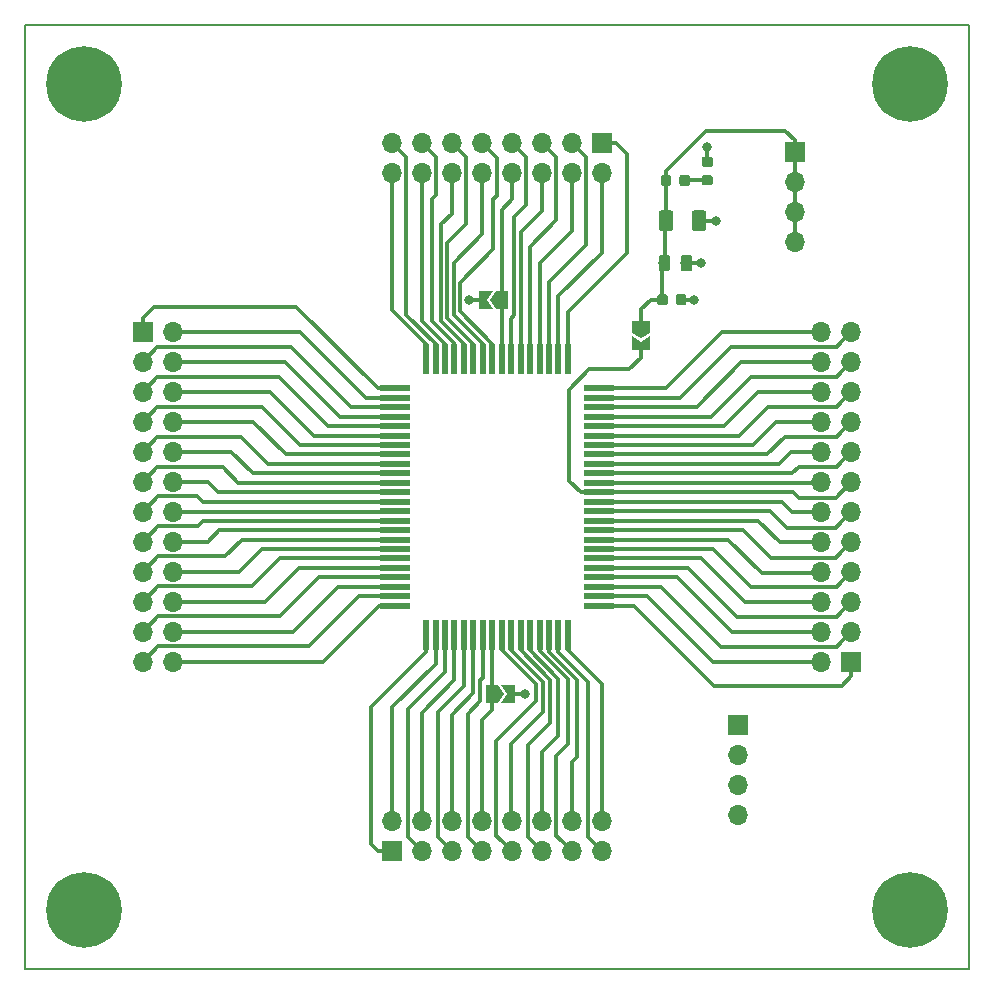
<source format=gbr>
G04 #@! TF.GenerationSoftware,KiCad,Pcbnew,5.0.2-bee76a0~70~ubuntu18.10.1*
G04 #@! TF.CreationDate,2019-01-06T00:10:16+02:00*
G04 #@! TF.ProjectId,GB-BRK-CPU-G2,47422d42-524b-42d4-9350-552d47322e6b,v1.0*
G04 #@! TF.SameCoordinates,Original*
G04 #@! TF.FileFunction,Copper,L1,Top*
G04 #@! TF.FilePolarity,Positive*
%FSLAX46Y46*%
G04 Gerber Fmt 4.6, Leading zero omitted, Abs format (unit mm)*
G04 Created by KiCad (PCBNEW 5.0.2-bee76a0~70~ubuntu18.10.1) date su  6. tammikuuta 2019 00.10.16*
%MOMM*%
%LPD*%
G01*
G04 APERTURE LIST*
G04 #@! TA.AperFunction,NonConductor*
%ADD10C,0.150000*%
G04 #@! TD*
G04 #@! TA.AperFunction,SMDPad,CuDef*
%ADD11R,0.500000X2.500000*%
G04 #@! TD*
G04 #@! TA.AperFunction,SMDPad,CuDef*
%ADD12R,2.500000X0.500000*%
G04 #@! TD*
G04 #@! TA.AperFunction,ComponentPad*
%ADD13C,0.800000*%
G04 #@! TD*
G04 #@! TA.AperFunction,ComponentPad*
%ADD14C,6.400000*%
G04 #@! TD*
G04 #@! TA.AperFunction,Conductor*
%ADD15C,0.100000*%
G04 #@! TD*
G04 #@! TA.AperFunction,SMDPad,CuDef*
%ADD16C,0.875000*%
G04 #@! TD*
G04 #@! TA.AperFunction,SMDPad,CuDef*
%ADD17C,0.975000*%
G04 #@! TD*
G04 #@! TA.AperFunction,SMDPad,CuDef*
%ADD18C,1.250000*%
G04 #@! TD*
G04 #@! TA.AperFunction,SMDPad,CuDef*
%ADD19C,0.300000*%
G04 #@! TD*
G04 #@! TA.AperFunction,ComponentPad*
%ADD20O,1.700000X1.700000*%
G04 #@! TD*
G04 #@! TA.AperFunction,ComponentPad*
%ADD21R,1.700000X1.700000*%
G04 #@! TD*
G04 #@! TA.AperFunction,ViaPad*
%ADD22C,0.800000*%
G04 #@! TD*
G04 #@! TA.AperFunction,Conductor*
%ADD23C,0.320000*%
G04 #@! TD*
G04 APERTURE END LIST*
D10*
X140000000Y-60000000D02*
X60000000Y-60000000D01*
X140000000Y-140000000D02*
X140000000Y-60000000D01*
X60000000Y-140000000D02*
X140000000Y-140000000D01*
X60000000Y-60000000D02*
X60000000Y-140000000D01*
D11*
G04 #@! TO.P,U1,80*
G04 #@! TO.N,/Pin_80*
X94000000Y-88350000D03*
G04 #@! TO.P,U1,79*
G04 #@! TO.N,/Pin_79*
X94800000Y-88350000D03*
G04 #@! TO.P,U1,78*
G04 #@! TO.N,/Pin_78*
X95600000Y-88350000D03*
G04 #@! TO.P,U1,77*
G04 #@! TO.N,/Pin_77*
X96400000Y-88350000D03*
G04 #@! TO.P,U1,76*
G04 #@! TO.N,/Pin_76*
X97200000Y-88350000D03*
G04 #@! TO.P,U1,75*
G04 #@! TO.N,/Pin_75*
X98000000Y-88350000D03*
G04 #@! TO.P,U1,74*
G04 #@! TO.N,/Pin_74*
X98800000Y-88350000D03*
G04 #@! TO.P,U1,73*
G04 #@! TO.N,/Pin_73*
X99600000Y-88350000D03*
G04 #@! TO.P,U1,72*
G04 #@! TO.N,/Pin_72*
X100400000Y-88350000D03*
G04 #@! TO.P,U1,71*
G04 #@! TO.N,/Pin_71*
X101200000Y-88350000D03*
G04 #@! TO.P,U1,70*
G04 #@! TO.N,/Pin_70*
X102000000Y-88350000D03*
G04 #@! TO.P,U1,69*
G04 #@! TO.N,/Pin_69*
X102800000Y-88350000D03*
G04 #@! TO.P,U1,68*
G04 #@! TO.N,/Pin_68*
X103600000Y-88350000D03*
G04 #@! TO.P,U1,67*
G04 #@! TO.N,/Pin_67*
X104400000Y-88350000D03*
G04 #@! TO.P,U1,66*
G04 #@! TO.N,/Pin_66*
X105200000Y-88350000D03*
D12*
G04 #@! TO.P,U1,64*
G04 #@! TO.N,/Pin_64*
X108600000Y-90800000D03*
G04 #@! TO.P,U1,63*
G04 #@! TO.N,/Pin_63*
X108600000Y-91600000D03*
G04 #@! TO.P,U1,62*
G04 #@! TO.N,/Pin_62*
X108600000Y-92400000D03*
G04 #@! TO.P,U1,61*
G04 #@! TO.N,/Pin_61*
X108600000Y-93200000D03*
G04 #@! TO.P,U1,60*
G04 #@! TO.N,/Pin_60*
X108600000Y-94000000D03*
G04 #@! TO.P,U1,59*
G04 #@! TO.N,/Pin_59*
X108600000Y-94800000D03*
G04 #@! TO.P,U1,58*
G04 #@! TO.N,/Pin_58*
X108600000Y-95600000D03*
G04 #@! TO.P,U1,57*
G04 #@! TO.N,/Pin_57*
X108600000Y-96400000D03*
G04 #@! TO.P,U1,56*
G04 #@! TO.N,/Pin_56*
X108600000Y-97200000D03*
G04 #@! TO.P,U1,55*
G04 #@! TO.N,/Pin_55*
X108600000Y-98000000D03*
G04 #@! TO.P,U1,54*
G04 #@! TO.N,/Pin_54*
X108600000Y-98800000D03*
G04 #@! TO.P,U1,53*
G04 #@! TO.N,/Pin_53*
X108600000Y-99600000D03*
G04 #@! TO.P,U1,52*
G04 #@! TO.N,/Pin_52*
X108600000Y-100400000D03*
G04 #@! TO.P,U1,51*
G04 #@! TO.N,/Pin_51*
X108600000Y-101200000D03*
G04 #@! TO.P,U1,50*
G04 #@! TO.N,/Pin_50*
X108600000Y-102000000D03*
G04 #@! TO.P,U1,49*
G04 #@! TO.N,/Pin_49*
X108600000Y-102800000D03*
G04 #@! TO.P,U1,48*
G04 #@! TO.N,/Pin_48*
X108600000Y-103600000D03*
G04 #@! TO.P,U1,47*
G04 #@! TO.N,/Pin_47*
X108600000Y-104400000D03*
G04 #@! TO.P,U1,46*
G04 #@! TO.N,/Pin_46*
X108600000Y-105200000D03*
G04 #@! TO.P,U1,45*
G04 #@! TO.N,/Pin_45*
X108600000Y-106000000D03*
G04 #@! TO.P,U1,44*
G04 #@! TO.N,/Pin_44*
X108600000Y-106800000D03*
G04 #@! TO.P,U1,43*
G04 #@! TO.N,/Pin_43*
X108600000Y-107600000D03*
G04 #@! TO.P,U1,42*
G04 #@! TO.N,/Pin_42*
X108600000Y-108400000D03*
D11*
G04 #@! TO.P,U1,40*
G04 #@! TO.N,/Pin_40*
X106000000Y-111650000D03*
G04 #@! TO.P,U1,39*
G04 #@! TO.N,/Pin_39*
X105200000Y-111650000D03*
G04 #@! TO.P,U1,38*
G04 #@! TO.N,/Pin_38*
X104400000Y-111650000D03*
G04 #@! TO.P,U1,37*
G04 #@! TO.N,/Pin_37*
X103600000Y-111650000D03*
G04 #@! TO.P,U1,36*
G04 #@! TO.N,/Pin_36*
X102800000Y-111650000D03*
G04 #@! TO.P,U1,35*
G04 #@! TO.N,/Pin_35*
X102000000Y-111650000D03*
G04 #@! TO.P,U1,34*
G04 #@! TO.N,/Pin_34*
X101200000Y-111650000D03*
G04 #@! TO.P,U1,33*
G04 #@! TO.N,/Pin_33*
X100400000Y-111650000D03*
G04 #@! TO.P,U1,32*
G04 #@! TO.N,/Pin_32*
X99600000Y-111650000D03*
G04 #@! TO.P,U1,31*
G04 #@! TO.N,/Pin_31*
X98800000Y-111650000D03*
G04 #@! TO.P,U1,30*
G04 #@! TO.N,/Pin_30*
X98000000Y-111650000D03*
G04 #@! TO.P,U1,29*
G04 #@! TO.N,/Pin_29*
X97200000Y-111650000D03*
G04 #@! TO.P,U1,28*
G04 #@! TO.N,/Pin_28*
X96400000Y-111650000D03*
G04 #@! TO.P,U1,27*
G04 #@! TO.N,/Pin_27*
X95600000Y-111650000D03*
G04 #@! TO.P,U1,26*
G04 #@! TO.N,/Pin_26*
X94800000Y-111650000D03*
D12*
G04 #@! TO.P,U1,24*
G04 #@! TO.N,/Pin_24*
X91400000Y-109200000D03*
G04 #@! TO.P,U1,23*
G04 #@! TO.N,/Pin_23*
X91400000Y-108400000D03*
G04 #@! TO.P,U1,22*
G04 #@! TO.N,/Pin_22*
X91400000Y-107600000D03*
G04 #@! TO.P,U1,21*
G04 #@! TO.N,/Pin_21*
X91400000Y-106800000D03*
G04 #@! TO.P,U1,20*
G04 #@! TO.N,/Pin_20*
X91400000Y-106000000D03*
G04 #@! TO.P,U1,19*
G04 #@! TO.N,/Pin_19*
X91400000Y-105200000D03*
G04 #@! TO.P,U1,18*
G04 #@! TO.N,/Pin_18*
X91400000Y-104400000D03*
G04 #@! TO.P,U1,17*
G04 #@! TO.N,/Pin_17*
X91400000Y-103600000D03*
G04 #@! TO.P,U1,16*
G04 #@! TO.N,/Pin_16*
X91400000Y-102800000D03*
G04 #@! TO.P,U1,15*
G04 #@! TO.N,/Pin_15*
X91400000Y-102000000D03*
G04 #@! TO.P,U1,14*
G04 #@! TO.N,/Pin_14*
X91400000Y-101200000D03*
G04 #@! TO.P,U1,13*
G04 #@! TO.N,/Pin_13*
X91400000Y-100400000D03*
G04 #@! TO.P,U1,12*
G04 #@! TO.N,/Pin_12*
X91400000Y-99600000D03*
G04 #@! TO.P,U1,11*
G04 #@! TO.N,/Pin_11*
X91400000Y-98800000D03*
G04 #@! TO.P,U1,10*
G04 #@! TO.N,/Pin_10*
X91400000Y-98000000D03*
G04 #@! TO.P,U1,9*
G04 #@! TO.N,/Pin_9*
X91400000Y-97200000D03*
G04 #@! TO.P,U1,8*
G04 #@! TO.N,/Pin_8*
X91400000Y-96400000D03*
G04 #@! TO.P,U1,7*
G04 #@! TO.N,/Pin_7*
X91400000Y-95600000D03*
G04 #@! TO.P,U1,6*
G04 #@! TO.N,/Pin_6*
X91400000Y-94800000D03*
G04 #@! TO.P,U1,5*
G04 #@! TO.N,/Pin_5*
X91400000Y-94000000D03*
G04 #@! TO.P,U1,4*
G04 #@! TO.N,/Pin_4*
X91400000Y-93200000D03*
G04 #@! TO.P,U1,3*
G04 #@! TO.N,/Pin_3*
X91400000Y-92400000D03*
G04 #@! TO.P,U1,2*
G04 #@! TO.N,/Pin_2*
X91400000Y-91600000D03*
G04 #@! TO.P,U1,41*
G04 #@! TO.N,/Pin_41*
X108600000Y-109200000D03*
D11*
G04 #@! TO.P,U1,25*
G04 #@! TO.N,/Pin_25*
X94000000Y-111650000D03*
D12*
G04 #@! TO.P,U1,1*
G04 #@! TO.N,/Pin_1*
X91400000Y-90800000D03*
D11*
G04 #@! TO.P,U1,65*
G04 #@! TO.N,/Pin_65*
X106000000Y-88350000D03*
G04 #@! TD*
D13*
G04 #@! TO.P,MK2,1*
G04 #@! TO.N,GND*
X66697056Y-133302944D03*
X65000000Y-132600000D03*
X63302944Y-133302944D03*
X62600000Y-135000000D03*
X63302944Y-136697056D03*
X65000000Y-137400000D03*
X66697056Y-136697056D03*
X67400000Y-135000000D03*
D14*
X65000000Y-135000000D03*
G04 #@! TD*
D13*
G04 #@! TO.P,MK1,1*
G04 #@! TO.N,GND*
X66697056Y-63302944D03*
X65000000Y-62600000D03*
X63302944Y-63302944D03*
X62600000Y-65000000D03*
X63302944Y-66697056D03*
X65000000Y-67400000D03*
X66697056Y-66697056D03*
X67400000Y-65000000D03*
D14*
X65000000Y-65000000D03*
G04 #@! TD*
D13*
G04 #@! TO.P,MK3,1*
G04 #@! TO.N,GND*
X136697056Y-63302944D03*
X135000000Y-62600000D03*
X133302944Y-63302944D03*
X132600000Y-65000000D03*
X133302944Y-66697056D03*
X135000000Y-67400000D03*
X136697056Y-66697056D03*
X137400000Y-65000000D03*
D14*
X135000000Y-65000000D03*
G04 #@! TD*
D13*
G04 #@! TO.P,MK4,1*
G04 #@! TO.N,GND*
X136697056Y-133302944D03*
X135000000Y-132600000D03*
X133302944Y-133302944D03*
X132600000Y-135000000D03*
X133302944Y-136697056D03*
X135000000Y-137400000D03*
X136697056Y-136697056D03*
X137400000Y-135000000D03*
D14*
X135000000Y-135000000D03*
G04 #@! TD*
D15*
G04 #@! TO.N,GND*
G04 #@! TO.C,C1*
G36*
X115827691Y-82826053D02*
X115848926Y-82829203D01*
X115869750Y-82834419D01*
X115889962Y-82841651D01*
X115909368Y-82850830D01*
X115927781Y-82861866D01*
X115945024Y-82874654D01*
X115960930Y-82889070D01*
X115975346Y-82904976D01*
X115988134Y-82922219D01*
X115999170Y-82940632D01*
X116008349Y-82960038D01*
X116015581Y-82980250D01*
X116020797Y-83001074D01*
X116023947Y-83022309D01*
X116025000Y-83043750D01*
X116025000Y-83556250D01*
X116023947Y-83577691D01*
X116020797Y-83598926D01*
X116015581Y-83619750D01*
X116008349Y-83639962D01*
X115999170Y-83659368D01*
X115988134Y-83677781D01*
X115975346Y-83695024D01*
X115960930Y-83710930D01*
X115945024Y-83725346D01*
X115927781Y-83738134D01*
X115909368Y-83749170D01*
X115889962Y-83758349D01*
X115869750Y-83765581D01*
X115848926Y-83770797D01*
X115827691Y-83773947D01*
X115806250Y-83775000D01*
X115368750Y-83775000D01*
X115347309Y-83773947D01*
X115326074Y-83770797D01*
X115305250Y-83765581D01*
X115285038Y-83758349D01*
X115265632Y-83749170D01*
X115247219Y-83738134D01*
X115229976Y-83725346D01*
X115214070Y-83710930D01*
X115199654Y-83695024D01*
X115186866Y-83677781D01*
X115175830Y-83659368D01*
X115166651Y-83639962D01*
X115159419Y-83619750D01*
X115154203Y-83598926D01*
X115151053Y-83577691D01*
X115150000Y-83556250D01*
X115150000Y-83043750D01*
X115151053Y-83022309D01*
X115154203Y-83001074D01*
X115159419Y-82980250D01*
X115166651Y-82960038D01*
X115175830Y-82940632D01*
X115186866Y-82922219D01*
X115199654Y-82904976D01*
X115214070Y-82889070D01*
X115229976Y-82874654D01*
X115247219Y-82861866D01*
X115265632Y-82850830D01*
X115285038Y-82841651D01*
X115305250Y-82834419D01*
X115326074Y-82829203D01*
X115347309Y-82826053D01*
X115368750Y-82825000D01*
X115806250Y-82825000D01*
X115827691Y-82826053D01*
X115827691Y-82826053D01*
G37*
D16*
G04 #@! TD*
G04 #@! TO.P,C1,2*
G04 #@! TO.N,GND*
X115587500Y-83300000D03*
D15*
G04 #@! TO.N,+5V*
G04 #@! TO.C,C1*
G36*
X114252691Y-82826053D02*
X114273926Y-82829203D01*
X114294750Y-82834419D01*
X114314962Y-82841651D01*
X114334368Y-82850830D01*
X114352781Y-82861866D01*
X114370024Y-82874654D01*
X114385930Y-82889070D01*
X114400346Y-82904976D01*
X114413134Y-82922219D01*
X114424170Y-82940632D01*
X114433349Y-82960038D01*
X114440581Y-82980250D01*
X114445797Y-83001074D01*
X114448947Y-83022309D01*
X114450000Y-83043750D01*
X114450000Y-83556250D01*
X114448947Y-83577691D01*
X114445797Y-83598926D01*
X114440581Y-83619750D01*
X114433349Y-83639962D01*
X114424170Y-83659368D01*
X114413134Y-83677781D01*
X114400346Y-83695024D01*
X114385930Y-83710930D01*
X114370024Y-83725346D01*
X114352781Y-83738134D01*
X114334368Y-83749170D01*
X114314962Y-83758349D01*
X114294750Y-83765581D01*
X114273926Y-83770797D01*
X114252691Y-83773947D01*
X114231250Y-83775000D01*
X113793750Y-83775000D01*
X113772309Y-83773947D01*
X113751074Y-83770797D01*
X113730250Y-83765581D01*
X113710038Y-83758349D01*
X113690632Y-83749170D01*
X113672219Y-83738134D01*
X113654976Y-83725346D01*
X113639070Y-83710930D01*
X113624654Y-83695024D01*
X113611866Y-83677781D01*
X113600830Y-83659368D01*
X113591651Y-83639962D01*
X113584419Y-83619750D01*
X113579203Y-83598926D01*
X113576053Y-83577691D01*
X113575000Y-83556250D01*
X113575000Y-83043750D01*
X113576053Y-83022309D01*
X113579203Y-83001074D01*
X113584419Y-82980250D01*
X113591651Y-82960038D01*
X113600830Y-82940632D01*
X113611866Y-82922219D01*
X113624654Y-82904976D01*
X113639070Y-82889070D01*
X113654976Y-82874654D01*
X113672219Y-82861866D01*
X113690632Y-82850830D01*
X113710038Y-82841651D01*
X113730250Y-82834419D01*
X113751074Y-82829203D01*
X113772309Y-82826053D01*
X113793750Y-82825000D01*
X114231250Y-82825000D01*
X114252691Y-82826053D01*
X114252691Y-82826053D01*
G37*
D16*
G04 #@! TD*
G04 #@! TO.P,C1,1*
G04 #@! TO.N,+5V*
X114012500Y-83300000D03*
D15*
G04 #@! TO.N,GND*
G04 #@! TO.C,C2*
G36*
X116305142Y-79501174D02*
X116328803Y-79504684D01*
X116352007Y-79510496D01*
X116374529Y-79518554D01*
X116396153Y-79528782D01*
X116416670Y-79541079D01*
X116435883Y-79555329D01*
X116453607Y-79571393D01*
X116469671Y-79589117D01*
X116483921Y-79608330D01*
X116496218Y-79628847D01*
X116506446Y-79650471D01*
X116514504Y-79672993D01*
X116520316Y-79696197D01*
X116523826Y-79719858D01*
X116525000Y-79743750D01*
X116525000Y-80656250D01*
X116523826Y-80680142D01*
X116520316Y-80703803D01*
X116514504Y-80727007D01*
X116506446Y-80749529D01*
X116496218Y-80771153D01*
X116483921Y-80791670D01*
X116469671Y-80810883D01*
X116453607Y-80828607D01*
X116435883Y-80844671D01*
X116416670Y-80858921D01*
X116396153Y-80871218D01*
X116374529Y-80881446D01*
X116352007Y-80889504D01*
X116328803Y-80895316D01*
X116305142Y-80898826D01*
X116281250Y-80900000D01*
X115793750Y-80900000D01*
X115769858Y-80898826D01*
X115746197Y-80895316D01*
X115722993Y-80889504D01*
X115700471Y-80881446D01*
X115678847Y-80871218D01*
X115658330Y-80858921D01*
X115639117Y-80844671D01*
X115621393Y-80828607D01*
X115605329Y-80810883D01*
X115591079Y-80791670D01*
X115578782Y-80771153D01*
X115568554Y-80749529D01*
X115560496Y-80727007D01*
X115554684Y-80703803D01*
X115551174Y-80680142D01*
X115550000Y-80656250D01*
X115550000Y-79743750D01*
X115551174Y-79719858D01*
X115554684Y-79696197D01*
X115560496Y-79672993D01*
X115568554Y-79650471D01*
X115578782Y-79628847D01*
X115591079Y-79608330D01*
X115605329Y-79589117D01*
X115621393Y-79571393D01*
X115639117Y-79555329D01*
X115658330Y-79541079D01*
X115678847Y-79528782D01*
X115700471Y-79518554D01*
X115722993Y-79510496D01*
X115746197Y-79504684D01*
X115769858Y-79501174D01*
X115793750Y-79500000D01*
X116281250Y-79500000D01*
X116305142Y-79501174D01*
X116305142Y-79501174D01*
G37*
D17*
G04 #@! TD*
G04 #@! TO.P,C2,2*
G04 #@! TO.N,GND*
X116037500Y-80200000D03*
D15*
G04 #@! TO.N,+5V*
G04 #@! TO.C,C2*
G36*
X114430142Y-79501174D02*
X114453803Y-79504684D01*
X114477007Y-79510496D01*
X114499529Y-79518554D01*
X114521153Y-79528782D01*
X114541670Y-79541079D01*
X114560883Y-79555329D01*
X114578607Y-79571393D01*
X114594671Y-79589117D01*
X114608921Y-79608330D01*
X114621218Y-79628847D01*
X114631446Y-79650471D01*
X114639504Y-79672993D01*
X114645316Y-79696197D01*
X114648826Y-79719858D01*
X114650000Y-79743750D01*
X114650000Y-80656250D01*
X114648826Y-80680142D01*
X114645316Y-80703803D01*
X114639504Y-80727007D01*
X114631446Y-80749529D01*
X114621218Y-80771153D01*
X114608921Y-80791670D01*
X114594671Y-80810883D01*
X114578607Y-80828607D01*
X114560883Y-80844671D01*
X114541670Y-80858921D01*
X114521153Y-80871218D01*
X114499529Y-80881446D01*
X114477007Y-80889504D01*
X114453803Y-80895316D01*
X114430142Y-80898826D01*
X114406250Y-80900000D01*
X113918750Y-80900000D01*
X113894858Y-80898826D01*
X113871197Y-80895316D01*
X113847993Y-80889504D01*
X113825471Y-80881446D01*
X113803847Y-80871218D01*
X113783330Y-80858921D01*
X113764117Y-80844671D01*
X113746393Y-80828607D01*
X113730329Y-80810883D01*
X113716079Y-80791670D01*
X113703782Y-80771153D01*
X113693554Y-80749529D01*
X113685496Y-80727007D01*
X113679684Y-80703803D01*
X113676174Y-80680142D01*
X113675000Y-80656250D01*
X113675000Y-79743750D01*
X113676174Y-79719858D01*
X113679684Y-79696197D01*
X113685496Y-79672993D01*
X113693554Y-79650471D01*
X113703782Y-79628847D01*
X113716079Y-79608330D01*
X113730329Y-79589117D01*
X113746393Y-79571393D01*
X113764117Y-79555329D01*
X113783330Y-79541079D01*
X113803847Y-79528782D01*
X113825471Y-79518554D01*
X113847993Y-79510496D01*
X113871197Y-79504684D01*
X113894858Y-79501174D01*
X113918750Y-79500000D01*
X114406250Y-79500000D01*
X114430142Y-79501174D01*
X114430142Y-79501174D01*
G37*
D17*
G04 #@! TD*
G04 #@! TO.P,C2,1*
G04 #@! TO.N,+5V*
X114162500Y-80200000D03*
D15*
G04 #@! TO.N,GND*
G04 #@! TO.C,C3*
G36*
X117499504Y-75726204D02*
X117523773Y-75729804D01*
X117547571Y-75735765D01*
X117570671Y-75744030D01*
X117592849Y-75754520D01*
X117613893Y-75767133D01*
X117633598Y-75781747D01*
X117651777Y-75798223D01*
X117668253Y-75816402D01*
X117682867Y-75836107D01*
X117695480Y-75857151D01*
X117705970Y-75879329D01*
X117714235Y-75902429D01*
X117720196Y-75926227D01*
X117723796Y-75950496D01*
X117725000Y-75975000D01*
X117725000Y-77225000D01*
X117723796Y-77249504D01*
X117720196Y-77273773D01*
X117714235Y-77297571D01*
X117705970Y-77320671D01*
X117695480Y-77342849D01*
X117682867Y-77363893D01*
X117668253Y-77383598D01*
X117651777Y-77401777D01*
X117633598Y-77418253D01*
X117613893Y-77432867D01*
X117592849Y-77445480D01*
X117570671Y-77455970D01*
X117547571Y-77464235D01*
X117523773Y-77470196D01*
X117499504Y-77473796D01*
X117475000Y-77475000D01*
X116725000Y-77475000D01*
X116700496Y-77473796D01*
X116676227Y-77470196D01*
X116652429Y-77464235D01*
X116629329Y-77455970D01*
X116607151Y-77445480D01*
X116586107Y-77432867D01*
X116566402Y-77418253D01*
X116548223Y-77401777D01*
X116531747Y-77383598D01*
X116517133Y-77363893D01*
X116504520Y-77342849D01*
X116494030Y-77320671D01*
X116485765Y-77297571D01*
X116479804Y-77273773D01*
X116476204Y-77249504D01*
X116475000Y-77225000D01*
X116475000Y-75975000D01*
X116476204Y-75950496D01*
X116479804Y-75926227D01*
X116485765Y-75902429D01*
X116494030Y-75879329D01*
X116504520Y-75857151D01*
X116517133Y-75836107D01*
X116531747Y-75816402D01*
X116548223Y-75798223D01*
X116566402Y-75781747D01*
X116586107Y-75767133D01*
X116607151Y-75754520D01*
X116629329Y-75744030D01*
X116652429Y-75735765D01*
X116676227Y-75729804D01*
X116700496Y-75726204D01*
X116725000Y-75725000D01*
X117475000Y-75725000D01*
X117499504Y-75726204D01*
X117499504Y-75726204D01*
G37*
D18*
G04 #@! TD*
G04 #@! TO.P,C3,2*
G04 #@! TO.N,GND*
X117100000Y-76600000D03*
D15*
G04 #@! TO.N,+5V*
G04 #@! TO.C,C3*
G36*
X114699504Y-75726204D02*
X114723773Y-75729804D01*
X114747571Y-75735765D01*
X114770671Y-75744030D01*
X114792849Y-75754520D01*
X114813893Y-75767133D01*
X114833598Y-75781747D01*
X114851777Y-75798223D01*
X114868253Y-75816402D01*
X114882867Y-75836107D01*
X114895480Y-75857151D01*
X114905970Y-75879329D01*
X114914235Y-75902429D01*
X114920196Y-75926227D01*
X114923796Y-75950496D01*
X114925000Y-75975000D01*
X114925000Y-77225000D01*
X114923796Y-77249504D01*
X114920196Y-77273773D01*
X114914235Y-77297571D01*
X114905970Y-77320671D01*
X114895480Y-77342849D01*
X114882867Y-77363893D01*
X114868253Y-77383598D01*
X114851777Y-77401777D01*
X114833598Y-77418253D01*
X114813893Y-77432867D01*
X114792849Y-77445480D01*
X114770671Y-77455970D01*
X114747571Y-77464235D01*
X114723773Y-77470196D01*
X114699504Y-77473796D01*
X114675000Y-77475000D01*
X113925000Y-77475000D01*
X113900496Y-77473796D01*
X113876227Y-77470196D01*
X113852429Y-77464235D01*
X113829329Y-77455970D01*
X113807151Y-77445480D01*
X113786107Y-77432867D01*
X113766402Y-77418253D01*
X113748223Y-77401777D01*
X113731747Y-77383598D01*
X113717133Y-77363893D01*
X113704520Y-77342849D01*
X113694030Y-77320671D01*
X113685765Y-77297571D01*
X113679804Y-77273773D01*
X113676204Y-77249504D01*
X113675000Y-77225000D01*
X113675000Y-75975000D01*
X113676204Y-75950496D01*
X113679804Y-75926227D01*
X113685765Y-75902429D01*
X113694030Y-75879329D01*
X113704520Y-75857151D01*
X113717133Y-75836107D01*
X113731747Y-75816402D01*
X113748223Y-75798223D01*
X113766402Y-75781747D01*
X113786107Y-75767133D01*
X113807151Y-75754520D01*
X113829329Y-75744030D01*
X113852429Y-75735765D01*
X113876227Y-75729804D01*
X113900496Y-75726204D01*
X113925000Y-75725000D01*
X114675000Y-75725000D01*
X114699504Y-75726204D01*
X114699504Y-75726204D01*
G37*
D18*
G04 #@! TD*
G04 #@! TO.P,C3,1*
G04 #@! TO.N,+5V*
X114300000Y-76600000D03*
D19*
G04 #@! TO.P,JP3,1*
G04 #@! TO.N,/Pin_72*
X100425000Y-83300000D03*
D15*
G04 #@! TD*
G04 #@! TO.N,/Pin_72*
G04 #@! TO.C,JP3*
G36*
X99425000Y-83300000D02*
X99925000Y-82550000D01*
X100925000Y-82550000D01*
X100925000Y-84050000D01*
X99925000Y-84050000D01*
X99425000Y-83300000D01*
X99425000Y-83300000D01*
G37*
D19*
G04 #@! TO.P,JP3,2*
G04 #@! TO.N,GND*
X98975000Y-83300000D03*
D15*
G04 #@! TD*
G04 #@! TO.N,GND*
G04 #@! TO.C,JP3*
G36*
X98475000Y-82550000D02*
X99625000Y-82550000D01*
X99125000Y-83300000D01*
X99625000Y-84050000D01*
X98475000Y-84050000D01*
X98475000Y-82550000D01*
X98475000Y-82550000D01*
G37*
D19*
G04 #@! TO.P,JP2,1*
G04 #@! TO.N,+5V*
X112200000Y-85575000D03*
D15*
G04 #@! TD*
G04 #@! TO.N,+5V*
G04 #@! TO.C,JP2*
G36*
X112200000Y-86575000D02*
X111450000Y-86075000D01*
X111450000Y-85075000D01*
X112950000Y-85075000D01*
X112950000Y-86075000D01*
X112200000Y-86575000D01*
X112200000Y-86575000D01*
G37*
D19*
G04 #@! TO.P,JP2,2*
G04 #@! TO.N,/Pin_53*
X112200000Y-87025000D03*
D15*
G04 #@! TD*
G04 #@! TO.N,/Pin_53*
G04 #@! TO.C,JP2*
G36*
X111450000Y-87525000D02*
X111450000Y-86375000D01*
X112200000Y-86875000D01*
X112950000Y-86375000D01*
X112950000Y-87525000D01*
X111450000Y-87525000D01*
X111450000Y-87525000D01*
G37*
D19*
G04 #@! TO.P,JP1,1*
G04 #@! TO.N,/Pin_32*
X99575000Y-116700000D03*
D15*
G04 #@! TD*
G04 #@! TO.N,/Pin_32*
G04 #@! TO.C,JP1*
G36*
X100575000Y-116700000D02*
X100075000Y-117450000D01*
X99075000Y-117450000D01*
X99075000Y-115950000D01*
X100075000Y-115950000D01*
X100575000Y-116700000D01*
X100575000Y-116700000D01*
G37*
D19*
G04 #@! TO.P,JP1,2*
G04 #@! TO.N,GND*
X101025000Y-116700000D03*
D15*
G04 #@! TD*
G04 #@! TO.N,GND*
G04 #@! TO.C,JP1*
G36*
X101525000Y-117450000D02*
X100375000Y-117450000D01*
X100875000Y-116700000D01*
X100375000Y-115950000D01*
X101525000Y-115950000D01*
X101525000Y-117450000D01*
X101525000Y-117450000D01*
G37*
G04 #@! TO.N,Net-(D1-Pad2)*
G04 #@! TO.C,D1*
G36*
X118077691Y-72751053D02*
X118098926Y-72754203D01*
X118119750Y-72759419D01*
X118139962Y-72766651D01*
X118159368Y-72775830D01*
X118177781Y-72786866D01*
X118195024Y-72799654D01*
X118210930Y-72814070D01*
X118225346Y-72829976D01*
X118238134Y-72847219D01*
X118249170Y-72865632D01*
X118258349Y-72885038D01*
X118265581Y-72905250D01*
X118270797Y-72926074D01*
X118273947Y-72947309D01*
X118275000Y-72968750D01*
X118275000Y-73406250D01*
X118273947Y-73427691D01*
X118270797Y-73448926D01*
X118265581Y-73469750D01*
X118258349Y-73489962D01*
X118249170Y-73509368D01*
X118238134Y-73527781D01*
X118225346Y-73545024D01*
X118210930Y-73560930D01*
X118195024Y-73575346D01*
X118177781Y-73588134D01*
X118159368Y-73599170D01*
X118139962Y-73608349D01*
X118119750Y-73615581D01*
X118098926Y-73620797D01*
X118077691Y-73623947D01*
X118056250Y-73625000D01*
X117543750Y-73625000D01*
X117522309Y-73623947D01*
X117501074Y-73620797D01*
X117480250Y-73615581D01*
X117460038Y-73608349D01*
X117440632Y-73599170D01*
X117422219Y-73588134D01*
X117404976Y-73575346D01*
X117389070Y-73560930D01*
X117374654Y-73545024D01*
X117361866Y-73527781D01*
X117350830Y-73509368D01*
X117341651Y-73489962D01*
X117334419Y-73469750D01*
X117329203Y-73448926D01*
X117326053Y-73427691D01*
X117325000Y-73406250D01*
X117325000Y-72968750D01*
X117326053Y-72947309D01*
X117329203Y-72926074D01*
X117334419Y-72905250D01*
X117341651Y-72885038D01*
X117350830Y-72865632D01*
X117361866Y-72847219D01*
X117374654Y-72829976D01*
X117389070Y-72814070D01*
X117404976Y-72799654D01*
X117422219Y-72786866D01*
X117440632Y-72775830D01*
X117460038Y-72766651D01*
X117480250Y-72759419D01*
X117501074Y-72754203D01*
X117522309Y-72751053D01*
X117543750Y-72750000D01*
X118056250Y-72750000D01*
X118077691Y-72751053D01*
X118077691Y-72751053D01*
G37*
D16*
G04 #@! TD*
G04 #@! TO.P,D1,2*
G04 #@! TO.N,Net-(D1-Pad2)*
X117800000Y-73187500D03*
D15*
G04 #@! TO.N,GND*
G04 #@! TO.C,D1*
G36*
X118077691Y-71176053D02*
X118098926Y-71179203D01*
X118119750Y-71184419D01*
X118139962Y-71191651D01*
X118159368Y-71200830D01*
X118177781Y-71211866D01*
X118195024Y-71224654D01*
X118210930Y-71239070D01*
X118225346Y-71254976D01*
X118238134Y-71272219D01*
X118249170Y-71290632D01*
X118258349Y-71310038D01*
X118265581Y-71330250D01*
X118270797Y-71351074D01*
X118273947Y-71372309D01*
X118275000Y-71393750D01*
X118275000Y-71831250D01*
X118273947Y-71852691D01*
X118270797Y-71873926D01*
X118265581Y-71894750D01*
X118258349Y-71914962D01*
X118249170Y-71934368D01*
X118238134Y-71952781D01*
X118225346Y-71970024D01*
X118210930Y-71985930D01*
X118195024Y-72000346D01*
X118177781Y-72013134D01*
X118159368Y-72024170D01*
X118139962Y-72033349D01*
X118119750Y-72040581D01*
X118098926Y-72045797D01*
X118077691Y-72048947D01*
X118056250Y-72050000D01*
X117543750Y-72050000D01*
X117522309Y-72048947D01*
X117501074Y-72045797D01*
X117480250Y-72040581D01*
X117460038Y-72033349D01*
X117440632Y-72024170D01*
X117422219Y-72013134D01*
X117404976Y-72000346D01*
X117389070Y-71985930D01*
X117374654Y-71970024D01*
X117361866Y-71952781D01*
X117350830Y-71934368D01*
X117341651Y-71914962D01*
X117334419Y-71894750D01*
X117329203Y-71873926D01*
X117326053Y-71852691D01*
X117325000Y-71831250D01*
X117325000Y-71393750D01*
X117326053Y-71372309D01*
X117329203Y-71351074D01*
X117334419Y-71330250D01*
X117341651Y-71310038D01*
X117350830Y-71290632D01*
X117361866Y-71272219D01*
X117374654Y-71254976D01*
X117389070Y-71239070D01*
X117404976Y-71224654D01*
X117422219Y-71211866D01*
X117440632Y-71200830D01*
X117460038Y-71191651D01*
X117480250Y-71184419D01*
X117501074Y-71179203D01*
X117522309Y-71176053D01*
X117543750Y-71175000D01*
X118056250Y-71175000D01*
X118077691Y-71176053D01*
X118077691Y-71176053D01*
G37*
D16*
G04 #@! TD*
G04 #@! TO.P,D1,1*
G04 #@! TO.N,GND*
X117800000Y-71612500D03*
D15*
G04 #@! TO.N,+5V*
G04 #@! TO.C,R1*
G36*
X114552691Y-72726053D02*
X114573926Y-72729203D01*
X114594750Y-72734419D01*
X114614962Y-72741651D01*
X114634368Y-72750830D01*
X114652781Y-72761866D01*
X114670024Y-72774654D01*
X114685930Y-72789070D01*
X114700346Y-72804976D01*
X114713134Y-72822219D01*
X114724170Y-72840632D01*
X114733349Y-72860038D01*
X114740581Y-72880250D01*
X114745797Y-72901074D01*
X114748947Y-72922309D01*
X114750000Y-72943750D01*
X114750000Y-73456250D01*
X114748947Y-73477691D01*
X114745797Y-73498926D01*
X114740581Y-73519750D01*
X114733349Y-73539962D01*
X114724170Y-73559368D01*
X114713134Y-73577781D01*
X114700346Y-73595024D01*
X114685930Y-73610930D01*
X114670024Y-73625346D01*
X114652781Y-73638134D01*
X114634368Y-73649170D01*
X114614962Y-73658349D01*
X114594750Y-73665581D01*
X114573926Y-73670797D01*
X114552691Y-73673947D01*
X114531250Y-73675000D01*
X114093750Y-73675000D01*
X114072309Y-73673947D01*
X114051074Y-73670797D01*
X114030250Y-73665581D01*
X114010038Y-73658349D01*
X113990632Y-73649170D01*
X113972219Y-73638134D01*
X113954976Y-73625346D01*
X113939070Y-73610930D01*
X113924654Y-73595024D01*
X113911866Y-73577781D01*
X113900830Y-73559368D01*
X113891651Y-73539962D01*
X113884419Y-73519750D01*
X113879203Y-73498926D01*
X113876053Y-73477691D01*
X113875000Y-73456250D01*
X113875000Y-72943750D01*
X113876053Y-72922309D01*
X113879203Y-72901074D01*
X113884419Y-72880250D01*
X113891651Y-72860038D01*
X113900830Y-72840632D01*
X113911866Y-72822219D01*
X113924654Y-72804976D01*
X113939070Y-72789070D01*
X113954976Y-72774654D01*
X113972219Y-72761866D01*
X113990632Y-72750830D01*
X114010038Y-72741651D01*
X114030250Y-72734419D01*
X114051074Y-72729203D01*
X114072309Y-72726053D01*
X114093750Y-72725000D01*
X114531250Y-72725000D01*
X114552691Y-72726053D01*
X114552691Y-72726053D01*
G37*
D16*
G04 #@! TD*
G04 #@! TO.P,R1,2*
G04 #@! TO.N,+5V*
X114312500Y-73200000D03*
D15*
G04 #@! TO.N,Net-(D1-Pad2)*
G04 #@! TO.C,R1*
G36*
X116127691Y-72726053D02*
X116148926Y-72729203D01*
X116169750Y-72734419D01*
X116189962Y-72741651D01*
X116209368Y-72750830D01*
X116227781Y-72761866D01*
X116245024Y-72774654D01*
X116260930Y-72789070D01*
X116275346Y-72804976D01*
X116288134Y-72822219D01*
X116299170Y-72840632D01*
X116308349Y-72860038D01*
X116315581Y-72880250D01*
X116320797Y-72901074D01*
X116323947Y-72922309D01*
X116325000Y-72943750D01*
X116325000Y-73456250D01*
X116323947Y-73477691D01*
X116320797Y-73498926D01*
X116315581Y-73519750D01*
X116308349Y-73539962D01*
X116299170Y-73559368D01*
X116288134Y-73577781D01*
X116275346Y-73595024D01*
X116260930Y-73610930D01*
X116245024Y-73625346D01*
X116227781Y-73638134D01*
X116209368Y-73649170D01*
X116189962Y-73658349D01*
X116169750Y-73665581D01*
X116148926Y-73670797D01*
X116127691Y-73673947D01*
X116106250Y-73675000D01*
X115668750Y-73675000D01*
X115647309Y-73673947D01*
X115626074Y-73670797D01*
X115605250Y-73665581D01*
X115585038Y-73658349D01*
X115565632Y-73649170D01*
X115547219Y-73638134D01*
X115529976Y-73625346D01*
X115514070Y-73610930D01*
X115499654Y-73595024D01*
X115486866Y-73577781D01*
X115475830Y-73559368D01*
X115466651Y-73539962D01*
X115459419Y-73519750D01*
X115454203Y-73498926D01*
X115451053Y-73477691D01*
X115450000Y-73456250D01*
X115450000Y-72943750D01*
X115451053Y-72922309D01*
X115454203Y-72901074D01*
X115459419Y-72880250D01*
X115466651Y-72860038D01*
X115475830Y-72840632D01*
X115486866Y-72822219D01*
X115499654Y-72804976D01*
X115514070Y-72789070D01*
X115529976Y-72774654D01*
X115547219Y-72761866D01*
X115565632Y-72750830D01*
X115585038Y-72741651D01*
X115605250Y-72734419D01*
X115626074Y-72729203D01*
X115647309Y-72726053D01*
X115668750Y-72725000D01*
X116106250Y-72725000D01*
X116127691Y-72726053D01*
X116127691Y-72726053D01*
G37*
D16*
G04 #@! TD*
G04 #@! TO.P,R1,1*
G04 #@! TO.N,Net-(D1-Pad2)*
X115887500Y-73200000D03*
D20*
G04 #@! TO.P,J5,4*
G04 #@! TO.N,GND*
X120400000Y-126920000D03*
G04 #@! TO.P,J5,3*
X120400000Y-124380000D03*
G04 #@! TO.P,J5,2*
X120400000Y-121840000D03*
D21*
G04 #@! TO.P,J5,1*
X120400000Y-119300000D03*
G04 #@! TD*
D20*
G04 #@! TO.P,J1,24*
G04 #@! TO.N,/Pin_24*
X72540000Y-113940000D03*
G04 #@! TO.P,J1,23*
G04 #@! TO.N,/Pin_23*
X70000000Y-113940000D03*
G04 #@! TO.P,J1,22*
G04 #@! TO.N,/Pin_22*
X72540000Y-111400000D03*
G04 #@! TO.P,J1,21*
G04 #@! TO.N,/Pin_21*
X70000000Y-111400000D03*
G04 #@! TO.P,J1,20*
G04 #@! TO.N,/Pin_20*
X72540000Y-108860000D03*
G04 #@! TO.P,J1,19*
G04 #@! TO.N,/Pin_19*
X70000000Y-108860000D03*
G04 #@! TO.P,J1,18*
G04 #@! TO.N,/Pin_18*
X72540000Y-106320000D03*
G04 #@! TO.P,J1,17*
G04 #@! TO.N,/Pin_17*
X70000000Y-106320000D03*
G04 #@! TO.P,J1,16*
G04 #@! TO.N,/Pin_16*
X72540000Y-103780000D03*
G04 #@! TO.P,J1,15*
G04 #@! TO.N,/Pin_15*
X70000000Y-103780000D03*
G04 #@! TO.P,J1,14*
G04 #@! TO.N,/Pin_14*
X72540000Y-101240000D03*
G04 #@! TO.P,J1,13*
G04 #@! TO.N,/Pin_13*
X70000000Y-101240000D03*
G04 #@! TO.P,J1,12*
G04 #@! TO.N,/Pin_12*
X72540000Y-98700000D03*
G04 #@! TO.P,J1,11*
G04 #@! TO.N,/Pin_11*
X70000000Y-98700000D03*
G04 #@! TO.P,J1,10*
G04 #@! TO.N,/Pin_10*
X72540000Y-96160000D03*
G04 #@! TO.P,J1,9*
G04 #@! TO.N,/Pin_9*
X70000000Y-96160000D03*
G04 #@! TO.P,J1,8*
G04 #@! TO.N,/Pin_8*
X72540000Y-93620000D03*
G04 #@! TO.P,J1,7*
G04 #@! TO.N,/Pin_7*
X70000000Y-93620000D03*
G04 #@! TO.P,J1,6*
G04 #@! TO.N,/Pin_6*
X72540000Y-91080000D03*
G04 #@! TO.P,J1,5*
G04 #@! TO.N,/Pin_5*
X70000000Y-91080000D03*
G04 #@! TO.P,J1,4*
G04 #@! TO.N,/Pin_4*
X72540000Y-88540000D03*
G04 #@! TO.P,J1,3*
G04 #@! TO.N,/Pin_3*
X70000000Y-88540000D03*
G04 #@! TO.P,J1,2*
G04 #@! TO.N,/Pin_2*
X72540000Y-86000000D03*
D21*
G04 #@! TO.P,J1,1*
G04 #@! TO.N,/Pin_1*
X70000000Y-86000000D03*
G04 #@! TD*
D20*
G04 #@! TO.P,J2,16*
G04 #@! TO.N,/Pin_40*
X108880000Y-127460000D03*
G04 #@! TO.P,J2,15*
G04 #@! TO.N,/Pin_39*
X108880000Y-130000000D03*
G04 #@! TO.P,J2,14*
G04 #@! TO.N,/Pin_38*
X106340000Y-127460000D03*
G04 #@! TO.P,J2,13*
G04 #@! TO.N,/Pin_37*
X106340000Y-130000000D03*
G04 #@! TO.P,J2,12*
G04 #@! TO.N,/Pin_36*
X103800000Y-127460000D03*
G04 #@! TO.P,J2,11*
G04 #@! TO.N,/Pin_35*
X103800000Y-130000000D03*
G04 #@! TO.P,J2,10*
G04 #@! TO.N,/Pin_34*
X101260000Y-127460000D03*
G04 #@! TO.P,J2,9*
G04 #@! TO.N,/Pin_33*
X101260000Y-130000000D03*
G04 #@! TO.P,J2,8*
G04 #@! TO.N,/Pin_32*
X98720000Y-127460000D03*
G04 #@! TO.P,J2,7*
G04 #@! TO.N,/Pin_31*
X98720000Y-130000000D03*
G04 #@! TO.P,J2,6*
G04 #@! TO.N,/Pin_30*
X96180000Y-127460000D03*
G04 #@! TO.P,J2,5*
G04 #@! TO.N,/Pin_29*
X96180000Y-130000000D03*
G04 #@! TO.P,J2,4*
G04 #@! TO.N,/Pin_28*
X93640000Y-127460000D03*
G04 #@! TO.P,J2,3*
G04 #@! TO.N,/Pin_27*
X93640000Y-130000000D03*
G04 #@! TO.P,J2,2*
G04 #@! TO.N,/Pin_26*
X91100000Y-127460000D03*
D21*
G04 #@! TO.P,J2,1*
G04 #@! TO.N,/Pin_25*
X91100000Y-130000000D03*
G04 #@! TD*
D20*
G04 #@! TO.P,J3,24*
G04 #@! TO.N,/Pin_64*
X127460000Y-86060000D03*
G04 #@! TO.P,J3,23*
G04 #@! TO.N,/Pin_63*
X130000000Y-86060000D03*
G04 #@! TO.P,J3,22*
G04 #@! TO.N,/Pin_62*
X127460000Y-88600000D03*
G04 #@! TO.P,J3,21*
G04 #@! TO.N,/Pin_61*
X130000000Y-88600000D03*
G04 #@! TO.P,J3,20*
G04 #@! TO.N,/Pin_60*
X127460000Y-91140000D03*
G04 #@! TO.P,J3,19*
G04 #@! TO.N,/Pin_59*
X130000000Y-91140000D03*
G04 #@! TO.P,J3,18*
G04 #@! TO.N,/Pin_58*
X127460000Y-93680000D03*
G04 #@! TO.P,J3,17*
G04 #@! TO.N,/Pin_57*
X130000000Y-93680000D03*
G04 #@! TO.P,J3,16*
G04 #@! TO.N,/Pin_56*
X127460000Y-96220000D03*
G04 #@! TO.P,J3,15*
G04 #@! TO.N,/Pin_55*
X130000000Y-96220000D03*
G04 #@! TO.P,J3,14*
G04 #@! TO.N,/Pin_54*
X127460000Y-98760000D03*
G04 #@! TO.P,J3,13*
G04 #@! TO.N,/Pin_53*
X130000000Y-98760000D03*
G04 #@! TO.P,J3,12*
G04 #@! TO.N,/Pin_52*
X127460000Y-101300000D03*
G04 #@! TO.P,J3,11*
G04 #@! TO.N,/Pin_51*
X130000000Y-101300000D03*
G04 #@! TO.P,J3,10*
G04 #@! TO.N,/Pin_50*
X127460000Y-103840000D03*
G04 #@! TO.P,J3,9*
G04 #@! TO.N,/Pin_49*
X130000000Y-103840000D03*
G04 #@! TO.P,J3,8*
G04 #@! TO.N,/Pin_48*
X127460000Y-106380000D03*
G04 #@! TO.P,J3,7*
G04 #@! TO.N,/Pin_47*
X130000000Y-106380000D03*
G04 #@! TO.P,J3,6*
G04 #@! TO.N,/Pin_46*
X127460000Y-108920000D03*
G04 #@! TO.P,J3,5*
G04 #@! TO.N,/Pin_45*
X130000000Y-108920000D03*
G04 #@! TO.P,J3,4*
G04 #@! TO.N,/Pin_44*
X127460000Y-111460000D03*
G04 #@! TO.P,J3,3*
G04 #@! TO.N,/Pin_43*
X130000000Y-111460000D03*
G04 #@! TO.P,J3,2*
G04 #@! TO.N,/Pin_42*
X127460000Y-114000000D03*
D21*
G04 #@! TO.P,J3,1*
G04 #@! TO.N,/Pin_41*
X130000000Y-114000000D03*
G04 #@! TD*
D20*
G04 #@! TO.P,J4,16*
G04 #@! TO.N,/Pin_80*
X91120000Y-72540000D03*
G04 #@! TO.P,J4,15*
G04 #@! TO.N,/Pin_79*
X91120000Y-70000000D03*
G04 #@! TO.P,J4,14*
G04 #@! TO.N,/Pin_78*
X93660000Y-72540000D03*
G04 #@! TO.P,J4,13*
G04 #@! TO.N,/Pin_77*
X93660000Y-70000000D03*
G04 #@! TO.P,J4,12*
G04 #@! TO.N,/Pin_76*
X96200000Y-72540000D03*
G04 #@! TO.P,J4,11*
G04 #@! TO.N,/Pin_75*
X96200000Y-70000000D03*
G04 #@! TO.P,J4,10*
G04 #@! TO.N,/Pin_74*
X98740000Y-72540000D03*
G04 #@! TO.P,J4,9*
G04 #@! TO.N,/Pin_73*
X98740000Y-70000000D03*
G04 #@! TO.P,J4,8*
G04 #@! TO.N,/Pin_72*
X101280000Y-72540000D03*
G04 #@! TO.P,J4,7*
G04 #@! TO.N,/Pin_71*
X101280000Y-70000000D03*
G04 #@! TO.P,J4,6*
G04 #@! TO.N,/Pin_70*
X103820000Y-72540000D03*
G04 #@! TO.P,J4,5*
G04 #@! TO.N,/Pin_69*
X103820000Y-70000000D03*
G04 #@! TO.P,J4,4*
G04 #@! TO.N,/Pin_68*
X106360000Y-72540000D03*
G04 #@! TO.P,J4,3*
G04 #@! TO.N,/Pin_67*
X106360000Y-70000000D03*
G04 #@! TO.P,J4,2*
G04 #@! TO.N,/Pin_66*
X108900000Y-72540000D03*
D21*
G04 #@! TO.P,J4,1*
G04 #@! TO.N,/Pin_65*
X108900000Y-70000000D03*
G04 #@! TD*
D20*
G04 #@! TO.P,J6,4*
G04 #@! TO.N,+5V*
X125200000Y-78420000D03*
G04 #@! TO.P,J6,3*
X125200000Y-75880000D03*
G04 #@! TO.P,J6,2*
X125200000Y-73340000D03*
D21*
G04 #@! TO.P,J6,1*
X125200000Y-70800000D03*
G04 #@! TD*
D22*
G04 #@! TO.N,GND*
X102400000Y-116700000D03*
X97600000Y-83300000D03*
X116700000Y-83300000D03*
X117300000Y-80200000D03*
X118500000Y-76600000D03*
X117800000Y-70400000D03*
G04 #@! TD*
D23*
G04 #@! TO.N,GND*
X101025000Y-116700000D02*
X102400000Y-116700000D01*
X98975000Y-83300000D02*
X97600000Y-83300000D01*
X115600000Y-83300000D02*
X116700000Y-83300000D01*
X115980000Y-80200000D02*
X117300000Y-80200000D01*
X117130000Y-76600000D02*
X118500000Y-76600000D01*
X117800000Y-71600000D02*
X117800000Y-70400000D01*
G04 #@! TO.N,/Pin_32*
X99600000Y-116675000D02*
X99575000Y-116700000D01*
X99600000Y-111550000D02*
X99600000Y-116675000D01*
X98720000Y-118880000D02*
X98720000Y-127460000D01*
X99575000Y-116700000D02*
X99575000Y-118025000D01*
X99575000Y-118025000D02*
X98720000Y-118880000D01*
G04 #@! TO.N,/Pin_58*
X108525000Y-95625000D02*
X108500000Y-95600000D01*
X126257919Y-93680000D02*
X127460000Y-93680000D01*
X123620000Y-93680000D02*
X126257919Y-93680000D01*
X108500000Y-95600000D02*
X121700000Y-95600000D01*
X121700000Y-95600000D02*
X123620000Y-93680000D01*
G04 #@! TO.N,+5V*
X114000000Y-80420000D02*
X114220000Y-80200000D01*
X114000000Y-83300000D02*
X114000000Y-80420000D01*
X114220000Y-76650000D02*
X114270000Y-76600000D01*
X114220000Y-80200000D02*
X114220000Y-76650000D01*
X114300000Y-76570000D02*
X114270000Y-76600000D01*
X114300000Y-73200000D02*
X114300000Y-76570000D01*
X113000000Y-83300000D02*
X114000000Y-83300000D01*
X112200000Y-85575000D02*
X112200000Y-84100000D01*
X112200000Y-84100000D02*
X113000000Y-83300000D01*
X125200000Y-70800000D02*
X125200000Y-73340000D01*
X125200000Y-73340000D02*
X125200000Y-75880000D01*
X125200000Y-75880000D02*
X125200000Y-78420000D01*
X125200000Y-69800000D02*
X125200000Y-70800000D01*
X124400000Y-69000000D02*
X125200000Y-69800000D01*
X117680000Y-69000000D02*
X124400000Y-69000000D01*
X114300000Y-73200000D02*
X114300000Y-72380000D01*
X114300000Y-72380000D02*
X117680000Y-69000000D01*
G04 #@! TO.N,/Pin_72*
X100425000Y-88425000D02*
X100400000Y-88450000D01*
X100425000Y-83300000D02*
X100425000Y-88425000D01*
X101300000Y-72560000D02*
X101280000Y-72540000D01*
X100425000Y-83300000D02*
X100425000Y-75675000D01*
X101300000Y-74800000D02*
X101300000Y-72560000D01*
X100425000Y-75675000D02*
X101300000Y-74800000D01*
G04 #@! TO.N,Net-(D1-Pad2)*
X115900000Y-73200000D02*
X117800000Y-73200000D01*
G04 #@! TO.N,/Pin_65*
X110070000Y-70000000D02*
X108900000Y-70000000D01*
X111000000Y-70930000D02*
X110070000Y-70000000D01*
X111000000Y-79300000D02*
X111000000Y-70930000D01*
X106000000Y-88450000D02*
X106000000Y-84300000D01*
X106000000Y-84300000D02*
X111000000Y-79300000D01*
G04 #@! TO.N,/Pin_1*
X89900000Y-90800000D02*
X91500000Y-90800000D01*
X83000000Y-83900000D02*
X89900000Y-90800000D01*
X70930000Y-83900000D02*
X83000000Y-83900000D01*
X70000000Y-86000000D02*
X70000000Y-84830000D01*
X70000000Y-84830000D02*
X70930000Y-83900000D01*
G04 #@! TO.N,/Pin_25*
X89930000Y-130000000D02*
X91100000Y-130000000D01*
X89300000Y-129370000D02*
X89930000Y-130000000D01*
X89300000Y-117800000D02*
X89300000Y-129370000D01*
X94000000Y-111550000D02*
X94000000Y-113100000D01*
X94000000Y-113100000D02*
X89300000Y-117800000D01*
G04 #@! TO.N,/Pin_41*
X130000000Y-115170000D02*
X130000000Y-114000000D01*
X129170000Y-116000000D02*
X130000000Y-115170000D01*
X108500000Y-109200000D02*
X111600000Y-109200000D01*
X118400000Y-116000000D02*
X129170000Y-116000000D01*
X111600000Y-109200000D02*
X118400000Y-116000000D01*
G04 #@! TO.N,/Pin_2*
X90080000Y-91600000D02*
X91500000Y-91600000D01*
X88900000Y-91600000D02*
X90080000Y-91600000D01*
X72540000Y-86000000D02*
X83300000Y-86000000D01*
X83300000Y-86000000D02*
X88900000Y-91600000D01*
G04 #@! TO.N,/Pin_3*
X87600000Y-92400000D02*
X91500000Y-92400000D01*
X82529999Y-87329999D02*
X87600000Y-92400000D01*
X70000000Y-88540000D02*
X71210001Y-87329999D01*
X71210001Y-87329999D02*
X82529999Y-87329999D01*
G04 #@! TO.N,/Pin_4*
X72540000Y-88540000D02*
X82040000Y-88540000D01*
X86700000Y-93200000D02*
X91500000Y-93200000D01*
X82040000Y-88540000D02*
X86700000Y-93200000D01*
G04 #@! TO.N,/Pin_5*
X90080000Y-94000000D02*
X91500000Y-94000000D01*
X70000000Y-91080000D02*
X71210001Y-89869999D01*
X85700000Y-94000000D02*
X90080000Y-94000000D01*
X81569999Y-89869999D02*
X85700000Y-94000000D01*
X71210001Y-89869999D02*
X81569999Y-89869999D01*
G04 #@! TO.N,/Pin_6*
X84500000Y-94800000D02*
X91500000Y-94800000D01*
X72540000Y-91080000D02*
X80780000Y-91080000D01*
X80780000Y-91080000D02*
X84500000Y-94800000D01*
G04 #@! TO.N,/Pin_7*
X90080000Y-95600000D02*
X91500000Y-95600000D01*
X83300000Y-95600000D02*
X90080000Y-95600000D01*
X80109999Y-92409999D02*
X83300000Y-95600000D01*
X70000000Y-93620000D02*
X71210001Y-92409999D01*
X71210001Y-92409999D02*
X80109999Y-92409999D01*
G04 #@! TO.N,/Pin_8*
X90080000Y-96400000D02*
X91500000Y-96400000D01*
X82100000Y-96400000D02*
X90080000Y-96400000D01*
X72540000Y-93620000D02*
X79320000Y-93620000D01*
X79320000Y-93620000D02*
X82100000Y-96400000D01*
G04 #@! TO.N,/Pin_9*
X90080000Y-97200000D02*
X91500000Y-97200000D01*
X80600000Y-97200000D02*
X90080000Y-97200000D01*
X78349999Y-94949999D02*
X80600000Y-97200000D01*
X70000000Y-96160000D02*
X71210001Y-94949999D01*
X71210001Y-94949999D02*
X78349999Y-94949999D01*
G04 #@! TO.N,/Pin_10*
X72540000Y-96220000D02*
X72720000Y-96400000D01*
X90080000Y-98000000D02*
X91500000Y-98000000D01*
X79300000Y-98000000D02*
X90080000Y-98000000D01*
X72540000Y-96160000D02*
X77460000Y-96160000D01*
X77460000Y-96160000D02*
X79300000Y-98000000D01*
G04 #@! TO.N,/Pin_11*
X90080000Y-98800000D02*
X91500000Y-98800000D01*
X78100000Y-98800000D02*
X90080000Y-98800000D01*
X76789999Y-97489999D02*
X78100000Y-98800000D01*
X70000000Y-98700000D02*
X71210001Y-97489999D01*
X71210001Y-97489999D02*
X76789999Y-97489999D01*
G04 #@! TO.N,/Pin_12*
X90080000Y-99600000D02*
X91500000Y-99600000D01*
X76400000Y-99600000D02*
X90080000Y-99600000D01*
X72540000Y-98700000D02*
X75500000Y-98700000D01*
X75500000Y-98700000D02*
X76400000Y-99600000D01*
G04 #@! TO.N,/Pin_13*
X75100000Y-100400000D02*
X90080000Y-100400000D01*
X90080000Y-100400000D02*
X91500000Y-100400000D01*
X74610001Y-99910001D02*
X75100000Y-100400000D01*
X70000000Y-101240000D02*
X71329999Y-99910001D01*
X71329999Y-99910001D02*
X74610001Y-99910001D01*
G04 #@! TO.N,/Pin_14*
X91460000Y-101240000D02*
X91500000Y-101200000D01*
X72540000Y-101240000D02*
X91460000Y-101240000D01*
G04 #@! TO.N,/Pin_15*
X75100000Y-102000000D02*
X91500000Y-102000000D01*
X70000000Y-103780000D02*
X71329999Y-102450001D01*
X74649999Y-102450001D02*
X75100000Y-102000000D01*
X71329999Y-102450001D02*
X74649999Y-102450001D01*
G04 #@! TO.N,/Pin_16*
X76500000Y-102800000D02*
X90080000Y-102800000D01*
X72540000Y-103780000D02*
X75520000Y-103780000D01*
X90080000Y-102800000D02*
X91500000Y-102800000D01*
X75520000Y-103780000D02*
X76500000Y-102800000D01*
G04 #@! TO.N,/Pin_17*
X77009999Y-104990001D02*
X78400000Y-103600000D01*
X78400000Y-103600000D02*
X91500000Y-103600000D01*
X70000000Y-106320000D02*
X71329999Y-104990001D01*
X71329999Y-104990001D02*
X77009999Y-104990001D01*
G04 #@! TO.N,/Pin_18*
X90080000Y-104400000D02*
X91500000Y-104400000D01*
X80100000Y-104400000D02*
X90080000Y-104400000D01*
X72540000Y-106320000D02*
X78180000Y-106320000D01*
X78180000Y-106320000D02*
X80100000Y-104400000D01*
G04 #@! TO.N,/Pin_19*
X81600000Y-105200000D02*
X91500000Y-105200000D01*
X79269999Y-107530001D02*
X81600000Y-105200000D01*
X70000000Y-108860000D02*
X71329999Y-107530001D01*
X71329999Y-107530001D02*
X79269999Y-107530001D01*
G04 #@! TO.N,/Pin_20*
X90080000Y-106000000D02*
X91500000Y-106000000D01*
X83200000Y-106000000D02*
X90080000Y-106000000D01*
X72540000Y-108860000D02*
X80340000Y-108860000D01*
X80340000Y-108860000D02*
X83200000Y-106000000D01*
G04 #@! TO.N,/Pin_21*
X84900000Y-106800000D02*
X91500000Y-106800000D01*
X81629999Y-110070001D02*
X84900000Y-106800000D01*
X70000000Y-111400000D02*
X71329999Y-110070001D01*
X71329999Y-110070001D02*
X81629999Y-110070001D01*
G04 #@! TO.N,/Pin_22*
X72540000Y-111400000D02*
X82700000Y-111400000D01*
X86500000Y-107600000D02*
X91500000Y-107600000D01*
X82700000Y-111400000D02*
X86500000Y-107600000D01*
G04 #@! TO.N,/Pin_23*
X88300000Y-108400000D02*
X91500000Y-108400000D01*
X84089999Y-112610001D02*
X88300000Y-108400000D01*
X70000000Y-113940000D02*
X71329999Y-112610001D01*
X71329999Y-112610001D02*
X84089999Y-112610001D01*
G04 #@! TO.N,/Pin_24*
X90000000Y-109200000D02*
X91500000Y-109200000D01*
X72540000Y-113940000D02*
X85260000Y-113940000D01*
X85260000Y-113940000D02*
X90000000Y-109200000D01*
G04 #@! TO.N,/Pin_26*
X91100000Y-117800000D02*
X91100000Y-127460000D01*
X94800000Y-111550000D02*
X94800000Y-114100000D01*
X94800000Y-114100000D02*
X91100000Y-117800000D01*
G04 #@! TO.N,/Pin_27*
X92790001Y-129150001D02*
X93640000Y-130000000D01*
X92429999Y-128789999D02*
X92790001Y-129150001D01*
X92429999Y-117970001D02*
X92429999Y-128789999D01*
X95600000Y-111550000D02*
X95600000Y-114800000D01*
X95600000Y-114800000D02*
X92429999Y-117970001D01*
G04 #@! TO.N,/Pin_28*
X96400000Y-111550000D02*
X96400000Y-115500000D01*
X93640000Y-118260000D02*
X93640000Y-127460000D01*
X96400000Y-115500000D02*
X93640000Y-118260000D01*
G04 #@! TO.N,/Pin_29*
X95330001Y-129150001D02*
X96180000Y-130000000D01*
X94969999Y-128789999D02*
X95330001Y-129150001D01*
X94969999Y-118230001D02*
X94969999Y-128789999D01*
X97200000Y-111550000D02*
X97200000Y-116000000D01*
X97200000Y-116000000D02*
X94969999Y-118230001D01*
G04 #@! TO.N,/Pin_30*
X96180000Y-118420000D02*
X96180000Y-127460000D01*
X98000000Y-111550000D02*
X98000000Y-116600000D01*
X98000000Y-116600000D02*
X96180000Y-118420000D01*
G04 #@! TO.N,/Pin_31*
X97870001Y-129150001D02*
X98720000Y-130000000D01*
X98800000Y-115300000D02*
X98600000Y-115500000D01*
X98600000Y-115500000D02*
X98600000Y-117300000D01*
X98800000Y-111550000D02*
X98800000Y-115300000D01*
X98600000Y-117300000D02*
X97509999Y-118390001D01*
X97509999Y-118390001D02*
X97509999Y-128789999D01*
X97509999Y-128789999D02*
X97870001Y-129150001D01*
G04 #@! TO.N,/Pin_33*
X100410001Y-129150001D02*
X101260000Y-130000000D01*
X100400000Y-112970000D02*
X103300000Y-115870000D01*
X103300000Y-115870000D02*
X103300000Y-117300000D01*
X103300000Y-117300000D02*
X99930001Y-120669999D01*
X99930001Y-128670001D02*
X100410001Y-129150001D01*
X100400000Y-111550000D02*
X100400000Y-112970000D01*
X99930001Y-120669999D02*
X99930001Y-128670001D01*
G04 #@! TO.N,/Pin_34*
X101200000Y-127400000D02*
X101260000Y-127460000D01*
X101200000Y-120900000D02*
X101200000Y-127400000D01*
X103900000Y-118200000D02*
X101200000Y-120900000D01*
X103900000Y-115670000D02*
X103900000Y-118200000D01*
X101200000Y-111550000D02*
X101200000Y-112970000D01*
X101200000Y-112970000D02*
X103900000Y-115670000D01*
G04 #@! TO.N,/Pin_35*
X102000000Y-112970000D02*
X104500000Y-115470000D01*
X104500000Y-119100000D02*
X102589999Y-121010001D01*
X102000000Y-111550000D02*
X102000000Y-112970000D01*
X104500000Y-115470000D02*
X104500000Y-119100000D01*
X102589999Y-121010001D02*
X102589999Y-128789999D01*
X102950001Y-129150001D02*
X103800000Y-130000000D01*
X102589999Y-128789999D02*
X102950001Y-129150001D01*
G04 #@! TO.N,/Pin_36*
X103800000Y-121600000D02*
X103800000Y-127460000D01*
X105200000Y-120200000D02*
X103800000Y-121600000D01*
X105200000Y-115370000D02*
X105200000Y-120200000D01*
X102800000Y-111550000D02*
X102800000Y-112970000D01*
X102800000Y-112970000D02*
X105200000Y-115370000D01*
G04 #@! TO.N,/Pin_37*
X105490001Y-129150001D02*
X106340000Y-130000000D01*
X105000000Y-128660000D02*
X105490001Y-129150001D01*
X105000000Y-128050802D02*
X105000000Y-128660000D01*
X105010001Y-128040801D02*
X105000000Y-128050802D01*
X105010001Y-126879199D02*
X105010001Y-128040801D01*
X103600000Y-111550000D02*
X103600000Y-113034596D01*
X106000000Y-115434596D02*
X106000000Y-120900000D01*
X103600000Y-113034596D02*
X106000000Y-115434596D01*
X106000000Y-120900000D02*
X105000000Y-121900000D01*
X105000000Y-121900000D02*
X105000000Y-126869198D01*
X105000000Y-126869198D02*
X105010001Y-126879199D01*
G04 #@! TO.N,/Pin_38*
X106340000Y-122460000D02*
X106340000Y-127460000D01*
X106800000Y-115499193D02*
X106800000Y-122000000D01*
X106800000Y-122000000D02*
X106340000Y-122460000D01*
X104400000Y-111550000D02*
X104400000Y-113099193D01*
X104400000Y-113099193D02*
X106800000Y-115499193D01*
G04 #@! TO.N,/Pin_39*
X108030001Y-129150001D02*
X108880000Y-130000000D01*
X107669999Y-115633788D02*
X107669999Y-128789999D01*
X107669999Y-128789999D02*
X108030001Y-129150001D01*
X105200000Y-113163789D02*
X107669999Y-115633788D01*
X105200000Y-111550000D02*
X105200000Y-113163789D01*
G04 #@! TO.N,/Pin_40*
X108880000Y-126257919D02*
X108880000Y-127460000D01*
X108880000Y-115850000D02*
X108880000Y-126257919D01*
X106000000Y-111550000D02*
X106000000Y-112970000D01*
X106000000Y-112970000D02*
X108880000Y-115850000D01*
G04 #@! TO.N,/Pin_42*
X118300000Y-114000000D02*
X127460000Y-114000000D01*
X108500000Y-108400000D02*
X112700000Y-108400000D01*
X112700000Y-108400000D02*
X118300000Y-114000000D01*
G04 #@! TO.N,/Pin_43*
X128789999Y-112670001D02*
X129150001Y-112309999D01*
X129150001Y-112309999D02*
X130000000Y-111460000D01*
X118970001Y-112670001D02*
X128789999Y-112670001D01*
X108500000Y-107600000D02*
X113900000Y-107600000D01*
X113900000Y-107600000D02*
X118970001Y-112670001D01*
G04 #@! TO.N,/Pin_44*
X119860000Y-111460000D02*
X127460000Y-111460000D01*
X108500000Y-106800000D02*
X115200000Y-106800000D01*
X115200000Y-106800000D02*
X119860000Y-111460000D01*
G04 #@! TO.N,/Pin_45*
X129150001Y-109769999D02*
X130000000Y-108920000D01*
X120330001Y-110130001D02*
X128789999Y-110130001D01*
X128789999Y-110130001D02*
X129150001Y-109769999D01*
X108500000Y-106000000D02*
X116200000Y-106000000D01*
X116200000Y-106000000D02*
X120330001Y-110130001D01*
G04 #@! TO.N,/Pin_46*
X121020000Y-108920000D02*
X127460000Y-108920000D01*
X108500000Y-105200000D02*
X117300000Y-105200000D01*
X117300000Y-105200000D02*
X121020000Y-108920000D01*
G04 #@! TO.N,/Pin_47*
X129150001Y-107229999D02*
X130000000Y-106380000D01*
X128789999Y-107590001D02*
X129150001Y-107229999D01*
X121490001Y-107590001D02*
X128789999Y-107590001D01*
X108500000Y-104400000D02*
X118300000Y-104400000D01*
X118300000Y-104400000D02*
X121490001Y-107590001D01*
G04 #@! TO.N,/Pin_48*
X127440000Y-106400000D02*
X127460000Y-106380000D01*
X108500000Y-103600000D02*
X119600000Y-103600000D01*
X122400000Y-106400000D02*
X127440000Y-106400000D01*
X119600000Y-103600000D02*
X122400000Y-106400000D01*
G04 #@! TO.N,/Pin_49*
X129150001Y-104689999D02*
X130000000Y-103840000D01*
X123169999Y-105169999D02*
X128670001Y-105169999D01*
X108500000Y-102800000D02*
X120800000Y-102800000D01*
X128670001Y-105169999D02*
X129150001Y-104689999D01*
X120800000Y-102800000D02*
X123169999Y-105169999D01*
G04 #@! TO.N,/Pin_50*
X123940000Y-103840000D02*
X127460000Y-103840000D01*
X108500000Y-102000000D02*
X122100000Y-102000000D01*
X122100000Y-102000000D02*
X123940000Y-103840000D01*
G04 #@! TO.N,/Pin_51*
X129150001Y-102149999D02*
X130000000Y-101300000D01*
X128670001Y-102629999D02*
X129150001Y-102149999D01*
X124529999Y-102629999D02*
X128670001Y-102629999D01*
X108500000Y-101200000D02*
X123100000Y-101200000D01*
X123100000Y-101200000D02*
X124529999Y-102629999D01*
G04 #@! TO.N,/Pin_52*
X125000000Y-101300000D02*
X127460000Y-101300000D01*
X108500000Y-100400000D02*
X124100000Y-100400000D01*
X124100000Y-100400000D02*
X125000000Y-101300000D01*
G04 #@! TO.N,/Pin_53*
X128689999Y-100089999D02*
X128689999Y-100070001D01*
X125589999Y-100089999D02*
X128689999Y-100089999D01*
X128689999Y-100070001D02*
X130000000Y-98760000D01*
X108500000Y-99600000D02*
X125100000Y-99600000D01*
X125100000Y-99600000D02*
X125589999Y-100089999D01*
X107080000Y-99600000D02*
X108500000Y-99600000D01*
X112200000Y-88200000D02*
X111200000Y-89200000D01*
X107800000Y-89200000D02*
X106100000Y-90900000D01*
X112200000Y-87025000D02*
X112200000Y-88200000D01*
X111200000Y-89200000D02*
X107800000Y-89200000D01*
X106100000Y-90900000D02*
X106100000Y-98620000D01*
X106100000Y-98620000D02*
X107080000Y-99600000D01*
G04 #@! TO.N,/Pin_54*
X127420000Y-98800000D02*
X127460000Y-98760000D01*
X108500000Y-98800000D02*
X127420000Y-98800000D01*
G04 #@! TO.N,/Pin_55*
X129150001Y-97069999D02*
X130000000Y-96220000D01*
X128789999Y-97430001D02*
X129150001Y-97069999D01*
X125569999Y-97430001D02*
X128789999Y-97430001D01*
X108500000Y-98000000D02*
X125000000Y-98000000D01*
X125000000Y-98000000D02*
X125569999Y-97430001D01*
G04 #@! TO.N,/Pin_56*
X108500000Y-97200000D02*
X123900000Y-97200000D01*
X126257919Y-96220000D02*
X127460000Y-96220000D01*
X124880000Y-96220000D02*
X126257919Y-96220000D01*
X123900000Y-97200000D02*
X124880000Y-96220000D01*
G04 #@! TO.N,/Pin_57*
X129150001Y-94529999D02*
X130000000Y-93680000D01*
X128789999Y-94890001D02*
X129150001Y-94529999D01*
X124409999Y-94890001D02*
X128789999Y-94890001D01*
X108500000Y-96400000D02*
X122900000Y-96400000D01*
X122900000Y-96400000D02*
X124409999Y-94890001D01*
G04 #@! TO.N,/Pin_60*
X122060000Y-91140000D02*
X126257919Y-91140000D01*
X108500000Y-94000000D02*
X119200000Y-94000000D01*
X126257919Y-91140000D02*
X127460000Y-91140000D01*
X119200000Y-94000000D02*
X122060000Y-91140000D01*
G04 #@! TO.N,/Pin_61*
X128789999Y-89810001D02*
X129150001Y-89449999D01*
X121489999Y-89810001D02*
X128789999Y-89810001D01*
X129150001Y-89449999D02*
X130000000Y-88600000D01*
X108500000Y-93200000D02*
X118100000Y-93200000D01*
X118100000Y-93200000D02*
X121489999Y-89810001D01*
G04 #@! TO.N,/Pin_62*
X120700000Y-88600000D02*
X127460000Y-88600000D01*
X108500000Y-92400000D02*
X116900000Y-92400000D01*
X116900000Y-92400000D02*
X120700000Y-88600000D01*
G04 #@! TO.N,/Pin_63*
X129150001Y-86909999D02*
X130000000Y-86060000D01*
X128789999Y-87270001D02*
X129150001Y-86909999D01*
X119829999Y-87270001D02*
X128789999Y-87270001D01*
X108500000Y-91600000D02*
X115500000Y-91600000D01*
X115500000Y-91600000D02*
X119829999Y-87270001D01*
G04 #@! TO.N,/Pin_64*
X126257919Y-86060000D02*
X127460000Y-86060000D01*
X108500000Y-90800000D02*
X114300000Y-90800000D01*
X119040000Y-86060000D02*
X126257919Y-86060000D01*
X114300000Y-90800000D02*
X119040000Y-86060000D01*
G04 #@! TO.N,/Pin_66*
X108900000Y-79300000D02*
X108900000Y-72540000D01*
X105200000Y-88450000D02*
X105200000Y-83000000D01*
X105200000Y-83000000D02*
X108900000Y-79300000D01*
G04 #@! TO.N,/Pin_67*
X107209999Y-70849999D02*
X106360000Y-70000000D01*
X107570001Y-71210001D02*
X107209999Y-70849999D01*
X107570001Y-78629999D02*
X107570001Y-71210001D01*
X104400000Y-88450000D02*
X104400000Y-81800000D01*
X104400000Y-81800000D02*
X107570001Y-78629999D01*
G04 #@! TO.N,/Pin_68*
X106360000Y-77440000D02*
X106360000Y-72540000D01*
X103600000Y-88450000D02*
X103600000Y-80200000D01*
X103600000Y-80200000D02*
X106360000Y-77440000D01*
G04 #@! TO.N,/Pin_69*
X104669999Y-70849999D02*
X103820000Y-70000000D01*
X105030001Y-71210001D02*
X104669999Y-70849999D01*
X105030001Y-76569999D02*
X105030001Y-71210001D01*
X102800000Y-88450000D02*
X102800000Y-78800000D01*
X102800000Y-78800000D02*
X105030001Y-76569999D01*
G04 #@! TO.N,/Pin_71*
X102129999Y-70849999D02*
X101280000Y-70000000D01*
X101200000Y-84900000D02*
X101479990Y-84620010D01*
X101200000Y-88450000D02*
X101200000Y-84900000D01*
X101479990Y-84620010D02*
X101479990Y-76320010D01*
X101479990Y-76320010D02*
X102490001Y-75309999D01*
X102490001Y-75309999D02*
X102490001Y-71210001D01*
X102490001Y-71210001D02*
X102129999Y-70849999D01*
G04 #@! TO.N,/Pin_73*
X100000000Y-71260000D02*
X99589999Y-70849999D01*
X99600000Y-87030000D02*
X96839999Y-84269999D01*
X96839999Y-84269999D02*
X96839999Y-81860001D01*
X99600000Y-88450000D02*
X99600000Y-87030000D01*
X99700000Y-74800000D02*
X100000000Y-74500000D01*
X96839999Y-81860001D02*
X99700000Y-79000000D01*
X99589999Y-70849999D02*
X98740000Y-70000000D01*
X100000000Y-74500000D02*
X100000000Y-71260000D01*
X99700000Y-79000000D02*
X99700000Y-74800000D01*
G04 #@! TO.N,/Pin_74*
X96319989Y-80180011D02*
X98740000Y-77760000D01*
X96319989Y-84549989D02*
X96319989Y-80180011D01*
X98800000Y-88450000D02*
X98800000Y-87030000D01*
X98740000Y-77760000D02*
X98740000Y-72540000D01*
X98800000Y-87030000D02*
X96319989Y-84549989D01*
G04 #@! TO.N,/Pin_75*
X98000000Y-87030000D02*
X95799979Y-84829979D01*
X95799979Y-78500021D02*
X97410001Y-76889999D01*
X98000000Y-88450000D02*
X98000000Y-87030000D01*
X97410001Y-76889999D02*
X97410001Y-71210001D01*
X95799979Y-84829979D02*
X95799979Y-78500021D01*
X97049999Y-70849999D02*
X96200000Y-70000000D01*
X97410001Y-71210001D02*
X97049999Y-70849999D01*
G04 #@! TO.N,/Pin_76*
X96200000Y-76000000D02*
X96200000Y-72540000D01*
X95279969Y-76920031D02*
X96200000Y-76000000D01*
X95279969Y-85109969D02*
X95279969Y-76920031D01*
X97200000Y-88450000D02*
X97200000Y-87030000D01*
X97200000Y-87030000D02*
X95279969Y-85109969D01*
G04 #@! TO.N,/Pin_77*
X94509999Y-70849999D02*
X93660000Y-70000000D01*
X96400000Y-88450000D02*
X96400000Y-86965404D01*
X94870001Y-74429999D02*
X94870001Y-71210001D01*
X94870001Y-71210001D02*
X94509999Y-70849999D01*
X94500000Y-85065404D02*
X94500000Y-74800000D01*
X96400000Y-86965404D02*
X94500000Y-85065404D01*
X94500000Y-74800000D02*
X94870001Y-74429999D01*
G04 #@! TO.N,/Pin_78*
X93660000Y-73742081D02*
X93660000Y-72540000D01*
X93660000Y-85090000D02*
X93660000Y-73742081D01*
X95600000Y-87030000D02*
X93660000Y-85090000D01*
X95600000Y-88450000D02*
X95600000Y-87030000D01*
G04 #@! TO.N,/Pin_79*
X91969999Y-70849999D02*
X91120000Y-70000000D01*
X92330001Y-84560001D02*
X92330001Y-71210001D01*
X92330001Y-71210001D02*
X91969999Y-70849999D01*
X94800000Y-87030000D02*
X92330001Y-84560001D01*
X94800000Y-88450000D02*
X94800000Y-87030000D01*
G04 #@! TO.N,/Pin_80*
X91120000Y-84150000D02*
X91120000Y-73742081D01*
X91120000Y-73742081D02*
X91120000Y-72540000D01*
X94000000Y-87030000D02*
X91120000Y-84150000D01*
X94000000Y-88450000D02*
X94000000Y-87030000D01*
G04 #@! TO.N,/Pin_59*
X129150001Y-91989999D02*
X130000000Y-91140000D01*
X128789999Y-92350001D02*
X129150001Y-91989999D01*
X122949999Y-92350001D02*
X128789999Y-92350001D01*
X108500000Y-94800000D02*
X120500000Y-94800000D01*
X120500000Y-94800000D02*
X122949999Y-92350001D01*
G04 #@! TO.N,/Pin_70*
X103820000Y-75780000D02*
X103820000Y-72540000D01*
X102000000Y-88450000D02*
X102000000Y-77600000D01*
X102000000Y-77600000D02*
X103820000Y-75780000D01*
G04 #@! TD*
M02*

</source>
